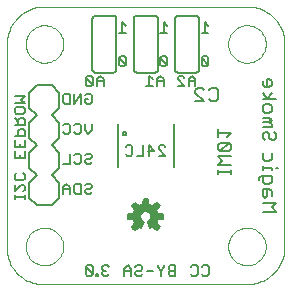
<source format=gbo>
G75*
G70*
%OFA0B0*%
%FSLAX24Y24*%
%IPPOS*%
%LPD*%
%AMOC8*
5,1,8,0,0,1.08239X$1,22.5*
%
%ADD10C,0.0000*%
%ADD11C,0.0080*%
%ADD12C,0.0060*%
%ADD13C,0.0059*%
D10*
X000536Y001785D02*
X000534Y001719D01*
X000536Y001653D01*
X000542Y001587D01*
X000551Y001521D01*
X000564Y001456D01*
X000581Y001391D01*
X000601Y001328D01*
X000625Y001266D01*
X000652Y001206D01*
X000683Y001147D01*
X000717Y001089D01*
X000754Y001034D01*
X000794Y000981D01*
X000837Y000931D01*
X000882Y000882D01*
X000931Y000837D01*
X000981Y000794D01*
X001034Y000754D01*
X001089Y000717D01*
X001147Y000683D01*
X001206Y000652D01*
X001266Y000625D01*
X001328Y000601D01*
X001391Y000581D01*
X001456Y000564D01*
X001521Y000551D01*
X001587Y000542D01*
X001653Y000536D01*
X001719Y000534D01*
X001785Y000536D01*
X001785Y000535D02*
X008535Y000535D01*
X008603Y000537D01*
X008670Y000542D01*
X008737Y000551D01*
X008804Y000564D01*
X008869Y000581D01*
X008934Y000600D01*
X008998Y000624D01*
X009060Y000651D01*
X009121Y000681D01*
X009179Y000714D01*
X009236Y000750D01*
X009291Y000790D01*
X009344Y000832D01*
X009395Y000878D01*
X009442Y000925D01*
X009488Y000976D01*
X009530Y001029D01*
X009570Y001084D01*
X009606Y001141D01*
X009639Y001199D01*
X009669Y001260D01*
X009696Y001322D01*
X009720Y001386D01*
X009739Y001451D01*
X009756Y001516D01*
X009769Y001583D01*
X009778Y001650D01*
X009783Y001717D01*
X009785Y001785D01*
X009785Y008535D01*
X009783Y008603D01*
X009778Y008670D01*
X009769Y008737D01*
X009756Y008804D01*
X009739Y008869D01*
X009720Y008934D01*
X009696Y008998D01*
X009669Y009060D01*
X009639Y009121D01*
X009606Y009179D01*
X009570Y009236D01*
X009530Y009291D01*
X009488Y009344D01*
X009442Y009395D01*
X009395Y009442D01*
X009344Y009488D01*
X009291Y009530D01*
X009236Y009570D01*
X009179Y009606D01*
X009121Y009639D01*
X009060Y009669D01*
X008998Y009696D01*
X008934Y009720D01*
X008869Y009739D01*
X008804Y009756D01*
X008737Y009769D01*
X008670Y009778D01*
X008603Y009783D01*
X008535Y009785D01*
X001785Y009785D01*
X001160Y008535D02*
X001162Y008585D01*
X001168Y008634D01*
X001178Y008683D01*
X001191Y008730D01*
X001209Y008777D01*
X001230Y008822D01*
X001254Y008865D01*
X001282Y008906D01*
X001313Y008945D01*
X001347Y008981D01*
X001384Y009015D01*
X001424Y009045D01*
X001465Y009072D01*
X001509Y009096D01*
X001554Y009116D01*
X001601Y009132D01*
X001649Y009145D01*
X001698Y009154D01*
X001748Y009159D01*
X001797Y009160D01*
X001847Y009157D01*
X001896Y009150D01*
X001945Y009139D01*
X001992Y009125D01*
X002038Y009106D01*
X002083Y009084D01*
X002126Y009059D01*
X002166Y009030D01*
X002204Y008998D01*
X002240Y008964D01*
X002273Y008926D01*
X002302Y008886D01*
X002328Y008844D01*
X002351Y008800D01*
X002370Y008754D01*
X002386Y008707D01*
X002398Y008658D01*
X002406Y008609D01*
X002410Y008560D01*
X002410Y008510D01*
X002406Y008461D01*
X002398Y008412D01*
X002386Y008363D01*
X002370Y008316D01*
X002351Y008270D01*
X002328Y008226D01*
X002302Y008184D01*
X002273Y008144D01*
X002240Y008106D01*
X002204Y008072D01*
X002166Y008040D01*
X002126Y008011D01*
X002083Y007986D01*
X002038Y007964D01*
X001992Y007945D01*
X001945Y007931D01*
X001896Y007920D01*
X001847Y007913D01*
X001797Y007910D01*
X001748Y007911D01*
X001698Y007916D01*
X001649Y007925D01*
X001601Y007938D01*
X001554Y007954D01*
X001509Y007974D01*
X001465Y007998D01*
X001424Y008025D01*
X001384Y008055D01*
X001347Y008089D01*
X001313Y008125D01*
X001282Y008164D01*
X001254Y008205D01*
X001230Y008248D01*
X001209Y008293D01*
X001191Y008340D01*
X001178Y008387D01*
X001168Y008436D01*
X001162Y008485D01*
X001160Y008535D01*
X000535Y008535D02*
X000535Y001785D01*
X001160Y001785D02*
X001162Y001835D01*
X001168Y001884D01*
X001178Y001933D01*
X001191Y001980D01*
X001209Y002027D01*
X001230Y002072D01*
X001254Y002115D01*
X001282Y002156D01*
X001313Y002195D01*
X001347Y002231D01*
X001384Y002265D01*
X001424Y002295D01*
X001465Y002322D01*
X001509Y002346D01*
X001554Y002366D01*
X001601Y002382D01*
X001649Y002395D01*
X001698Y002404D01*
X001748Y002409D01*
X001797Y002410D01*
X001847Y002407D01*
X001896Y002400D01*
X001945Y002389D01*
X001992Y002375D01*
X002038Y002356D01*
X002083Y002334D01*
X002126Y002309D01*
X002166Y002280D01*
X002204Y002248D01*
X002240Y002214D01*
X002273Y002176D01*
X002302Y002136D01*
X002328Y002094D01*
X002351Y002050D01*
X002370Y002004D01*
X002386Y001957D01*
X002398Y001908D01*
X002406Y001859D01*
X002410Y001810D01*
X002410Y001760D01*
X002406Y001711D01*
X002398Y001662D01*
X002386Y001613D01*
X002370Y001566D01*
X002351Y001520D01*
X002328Y001476D01*
X002302Y001434D01*
X002273Y001394D01*
X002240Y001356D01*
X002204Y001322D01*
X002166Y001290D01*
X002126Y001261D01*
X002083Y001236D01*
X002038Y001214D01*
X001992Y001195D01*
X001945Y001181D01*
X001896Y001170D01*
X001847Y001163D01*
X001797Y001160D01*
X001748Y001161D01*
X001698Y001166D01*
X001649Y001175D01*
X001601Y001188D01*
X001554Y001204D01*
X001509Y001224D01*
X001465Y001248D01*
X001424Y001275D01*
X001384Y001305D01*
X001347Y001339D01*
X001313Y001375D01*
X001282Y001414D01*
X001254Y001455D01*
X001230Y001498D01*
X001209Y001543D01*
X001191Y001590D01*
X001178Y001637D01*
X001168Y001686D01*
X001162Y001735D01*
X001160Y001785D01*
X000535Y008535D02*
X000537Y008603D01*
X000542Y008670D01*
X000551Y008737D01*
X000564Y008804D01*
X000581Y008869D01*
X000600Y008934D01*
X000624Y008998D01*
X000651Y009060D01*
X000681Y009121D01*
X000714Y009179D01*
X000750Y009236D01*
X000790Y009291D01*
X000832Y009344D01*
X000878Y009395D01*
X000925Y009442D01*
X000976Y009488D01*
X001029Y009530D01*
X001084Y009570D01*
X001141Y009606D01*
X001199Y009639D01*
X001260Y009669D01*
X001322Y009696D01*
X001386Y009720D01*
X001451Y009739D01*
X001516Y009756D01*
X001583Y009769D01*
X001650Y009778D01*
X001717Y009783D01*
X001785Y009785D01*
X007910Y008535D02*
X007912Y008585D01*
X007918Y008634D01*
X007928Y008683D01*
X007941Y008730D01*
X007959Y008777D01*
X007980Y008822D01*
X008004Y008865D01*
X008032Y008906D01*
X008063Y008945D01*
X008097Y008981D01*
X008134Y009015D01*
X008174Y009045D01*
X008215Y009072D01*
X008259Y009096D01*
X008304Y009116D01*
X008351Y009132D01*
X008399Y009145D01*
X008448Y009154D01*
X008498Y009159D01*
X008547Y009160D01*
X008597Y009157D01*
X008646Y009150D01*
X008695Y009139D01*
X008742Y009125D01*
X008788Y009106D01*
X008833Y009084D01*
X008876Y009059D01*
X008916Y009030D01*
X008954Y008998D01*
X008990Y008964D01*
X009023Y008926D01*
X009052Y008886D01*
X009078Y008844D01*
X009101Y008800D01*
X009120Y008754D01*
X009136Y008707D01*
X009148Y008658D01*
X009156Y008609D01*
X009160Y008560D01*
X009160Y008510D01*
X009156Y008461D01*
X009148Y008412D01*
X009136Y008363D01*
X009120Y008316D01*
X009101Y008270D01*
X009078Y008226D01*
X009052Y008184D01*
X009023Y008144D01*
X008990Y008106D01*
X008954Y008072D01*
X008916Y008040D01*
X008876Y008011D01*
X008833Y007986D01*
X008788Y007964D01*
X008742Y007945D01*
X008695Y007931D01*
X008646Y007920D01*
X008597Y007913D01*
X008547Y007910D01*
X008498Y007911D01*
X008448Y007916D01*
X008399Y007925D01*
X008351Y007938D01*
X008304Y007954D01*
X008259Y007974D01*
X008215Y007998D01*
X008174Y008025D01*
X008134Y008055D01*
X008097Y008089D01*
X008063Y008125D01*
X008032Y008164D01*
X008004Y008205D01*
X007980Y008248D01*
X007959Y008293D01*
X007941Y008340D01*
X007928Y008387D01*
X007918Y008436D01*
X007912Y008485D01*
X007910Y008535D01*
X007910Y001785D02*
X007912Y001835D01*
X007918Y001884D01*
X007928Y001933D01*
X007941Y001980D01*
X007959Y002027D01*
X007980Y002072D01*
X008004Y002115D01*
X008032Y002156D01*
X008063Y002195D01*
X008097Y002231D01*
X008134Y002265D01*
X008174Y002295D01*
X008215Y002322D01*
X008259Y002346D01*
X008304Y002366D01*
X008351Y002382D01*
X008399Y002395D01*
X008448Y002404D01*
X008498Y002409D01*
X008547Y002410D01*
X008597Y002407D01*
X008646Y002400D01*
X008695Y002389D01*
X008742Y002375D01*
X008788Y002356D01*
X008833Y002334D01*
X008876Y002309D01*
X008916Y002280D01*
X008954Y002248D01*
X008990Y002214D01*
X009023Y002176D01*
X009052Y002136D01*
X009078Y002094D01*
X009101Y002050D01*
X009120Y002004D01*
X009136Y001957D01*
X009148Y001908D01*
X009156Y001859D01*
X009160Y001810D01*
X009160Y001760D01*
X009156Y001711D01*
X009148Y001662D01*
X009136Y001613D01*
X009120Y001566D01*
X009101Y001520D01*
X009078Y001476D01*
X009052Y001434D01*
X009023Y001394D01*
X008990Y001356D01*
X008954Y001322D01*
X008916Y001290D01*
X008876Y001261D01*
X008833Y001236D01*
X008788Y001214D01*
X008742Y001195D01*
X008695Y001181D01*
X008646Y001170D01*
X008597Y001163D01*
X008547Y001160D01*
X008498Y001161D01*
X008448Y001166D01*
X008399Y001175D01*
X008351Y001188D01*
X008304Y001204D01*
X008259Y001224D01*
X008215Y001248D01*
X008174Y001275D01*
X008134Y001305D01*
X008097Y001339D01*
X008063Y001375D01*
X008032Y001414D01*
X008004Y001455D01*
X007980Y001498D01*
X007959Y001543D01*
X007941Y001590D01*
X007928Y001637D01*
X007918Y001686D01*
X007912Y001735D01*
X007910Y001785D01*
D11*
X009075Y002950D02*
X009495Y002950D01*
X009355Y003090D01*
X009495Y003230D01*
X009075Y003230D01*
X009145Y003410D02*
X009075Y003480D01*
X009075Y003691D01*
X009285Y003691D01*
X009355Y003621D01*
X009355Y003480D01*
X009215Y003480D02*
X009215Y003691D01*
X009145Y003871D02*
X009075Y003941D01*
X009075Y004151D01*
X009005Y004151D02*
X009355Y004151D01*
X009355Y003941D01*
X009285Y003871D01*
X009145Y003871D01*
X008935Y004011D02*
X008935Y004081D01*
X009005Y004151D01*
X009075Y004331D02*
X009075Y004471D01*
X009075Y004401D02*
X009355Y004401D01*
X009355Y004331D01*
X009495Y004401D02*
X009565Y004401D01*
X009285Y004638D02*
X009355Y004708D01*
X009355Y004918D01*
X009075Y004918D02*
X009075Y004708D01*
X009145Y004638D01*
X009285Y004638D01*
X009355Y005325D02*
X009285Y005395D01*
X009285Y005535D01*
X009215Y005605D01*
X009145Y005605D01*
X009075Y005535D01*
X009075Y005395D01*
X009145Y005325D01*
X009355Y005325D02*
X009425Y005325D01*
X009495Y005395D01*
X009495Y005535D01*
X009425Y005605D01*
X009355Y005785D02*
X009355Y005855D01*
X009285Y005926D01*
X009355Y005996D01*
X009285Y006066D01*
X009075Y006066D01*
X009075Y005926D02*
X009285Y005926D01*
X009355Y005785D02*
X009075Y005785D01*
X009145Y006246D02*
X009075Y006316D01*
X009075Y006456D01*
X009145Y006526D01*
X009285Y006526D01*
X009355Y006456D01*
X009355Y006316D01*
X009285Y006246D01*
X009145Y006246D01*
X009075Y006706D02*
X009495Y006706D01*
X009355Y006916D02*
X009215Y006706D01*
X009075Y006916D01*
X009145Y007090D02*
X009285Y007090D01*
X009355Y007160D01*
X009355Y007300D01*
X009285Y007370D01*
X009215Y007370D01*
X009215Y007090D01*
X009145Y007090D02*
X009075Y007160D01*
X009075Y007300D01*
X007558Y006988D02*
X007558Y006708D01*
X007487Y006638D01*
X007347Y006638D01*
X007277Y006708D01*
X007097Y006638D02*
X006817Y006918D01*
X006817Y006988D01*
X006887Y007058D01*
X007027Y007058D01*
X007097Y006988D01*
X007277Y006988D02*
X007347Y007058D01*
X007487Y007058D01*
X007558Y006988D01*
X007097Y006638D02*
X006817Y006638D01*
X007575Y005708D02*
X007575Y005428D01*
X007575Y005568D02*
X007995Y005568D01*
X007855Y005428D01*
X007925Y005248D02*
X007645Y005248D01*
X007575Y005178D01*
X007575Y005037D01*
X007645Y004967D01*
X007925Y005248D01*
X007995Y005178D01*
X007995Y005037D01*
X007925Y004967D01*
X007645Y004967D01*
X007575Y004787D02*
X007995Y004787D01*
X007995Y004507D02*
X007575Y004507D01*
X007715Y004647D01*
X007575Y004787D01*
X007575Y004340D02*
X007575Y004200D01*
X007575Y004270D02*
X007995Y004270D01*
X007995Y004200D02*
X007995Y004340D01*
X009145Y003410D02*
X009215Y003480D01*
X004393Y005550D02*
X004395Y005565D01*
X004401Y005578D01*
X004410Y005590D01*
X004421Y005599D01*
X004435Y005605D01*
X004450Y005607D01*
X004465Y005605D01*
X004478Y005599D01*
X004490Y005590D01*
X004499Y005579D01*
X004505Y005565D01*
X004507Y005550D01*
X004505Y005535D01*
X004499Y005522D01*
X004490Y005510D01*
X004479Y005501D01*
X004465Y005495D01*
X004450Y005493D01*
X004435Y005495D01*
X004422Y005501D01*
X004410Y005510D01*
X004401Y005521D01*
X004395Y005535D01*
X004393Y005550D01*
X002285Y005410D02*
X002285Y005910D01*
X002035Y006160D01*
X002285Y006410D01*
X002285Y006910D01*
X002035Y007160D01*
X001535Y007160D01*
X001285Y006910D01*
X001285Y006410D01*
X001535Y006160D01*
X001285Y005910D01*
X001285Y005410D01*
X001535Y005160D01*
X001285Y004910D01*
X001285Y004410D01*
X001535Y004160D01*
X001285Y003910D01*
X001285Y003410D01*
X001535Y003160D01*
X002035Y003160D01*
X002285Y003410D01*
X002285Y003910D01*
X002035Y004160D01*
X002285Y004410D01*
X002285Y004910D01*
X002035Y005160D01*
X002285Y005410D01*
D12*
X002453Y005540D02*
X002396Y005597D01*
X002453Y005540D02*
X002567Y005540D01*
X002623Y005597D01*
X002623Y005824D01*
X002567Y005880D01*
X002453Y005880D01*
X002396Y005824D01*
X002765Y005824D02*
X002821Y005880D01*
X002935Y005880D01*
X002992Y005824D01*
X002992Y005597D01*
X002935Y005540D01*
X002821Y005540D01*
X002765Y005597D01*
X003133Y005653D02*
X003133Y005880D01*
X003133Y005653D02*
X003247Y005540D01*
X003360Y005653D01*
X003360Y005880D01*
X003303Y006540D02*
X003190Y006540D01*
X003133Y006597D01*
X003133Y006710D01*
X003247Y006710D01*
X003360Y006597D02*
X003360Y006824D01*
X003303Y006880D01*
X003190Y006880D01*
X003133Y006824D01*
X002992Y006880D02*
X002765Y006540D01*
X002765Y006880D01*
X002623Y006880D02*
X002453Y006880D01*
X002396Y006824D01*
X002396Y006597D01*
X002453Y006540D01*
X002623Y006540D01*
X002623Y006880D01*
X002992Y006880D02*
X002992Y006540D01*
X003303Y006540D02*
X003360Y006597D01*
X003330Y007128D02*
X003217Y007128D01*
X003160Y007184D01*
X003160Y007411D01*
X003387Y007184D01*
X003330Y007128D01*
X003387Y007184D02*
X003387Y007411D01*
X003330Y007468D01*
X003217Y007468D01*
X003160Y007411D01*
X003385Y007685D02*
X003385Y009385D01*
X003387Y009402D01*
X003391Y009419D01*
X003398Y009435D01*
X003408Y009449D01*
X003421Y009462D01*
X003435Y009472D01*
X003451Y009479D01*
X003468Y009483D01*
X003485Y009485D01*
X004085Y009485D01*
X004102Y009483D01*
X004119Y009479D01*
X004135Y009472D01*
X004149Y009462D01*
X004162Y009449D01*
X004172Y009435D01*
X004179Y009419D01*
X004183Y009402D01*
X004185Y009385D01*
X004185Y007685D01*
X004183Y007668D01*
X004179Y007651D01*
X004172Y007635D01*
X004162Y007621D01*
X004149Y007608D01*
X004135Y007598D01*
X004119Y007591D01*
X004102Y007587D01*
X004085Y007585D01*
X003485Y007585D01*
X003468Y007587D01*
X003451Y007591D01*
X003435Y007598D01*
X003421Y007608D01*
X003408Y007621D01*
X003398Y007635D01*
X003391Y007651D01*
X003387Y007668D01*
X003385Y007685D01*
X003642Y007468D02*
X003528Y007354D01*
X003528Y007128D01*
X003528Y007298D02*
X003755Y007298D01*
X003755Y007354D02*
X003755Y007128D01*
X003755Y007354D02*
X003642Y007468D01*
X004271Y007847D02*
X004271Y008074D01*
X004498Y007847D01*
X004442Y007790D01*
X004328Y007790D01*
X004271Y007847D01*
X004271Y008074D02*
X004328Y008130D01*
X004442Y008130D01*
X004498Y008074D01*
X004498Y007847D01*
X004760Y007685D02*
X004760Y009385D01*
X004762Y009402D01*
X004766Y009419D01*
X004773Y009435D01*
X004783Y009449D01*
X004796Y009462D01*
X004810Y009472D01*
X004826Y009479D01*
X004843Y009483D01*
X004860Y009485D01*
X005460Y009485D01*
X005477Y009483D01*
X005494Y009479D01*
X005510Y009472D01*
X005524Y009462D01*
X005537Y009449D01*
X005547Y009435D01*
X005554Y009419D01*
X005558Y009402D01*
X005560Y009385D01*
X005560Y007685D01*
X005558Y007668D01*
X005554Y007651D01*
X005547Y007635D01*
X005537Y007621D01*
X005524Y007608D01*
X005510Y007598D01*
X005494Y007591D01*
X005477Y007587D01*
X005460Y007585D01*
X004860Y007585D01*
X004843Y007587D01*
X004826Y007591D01*
X004810Y007598D01*
X004796Y007608D01*
X004783Y007621D01*
X004773Y007635D01*
X004766Y007651D01*
X004762Y007668D01*
X004760Y007685D01*
X005273Y007468D02*
X005273Y007128D01*
X005160Y007128D02*
X005387Y007128D01*
X005528Y007128D02*
X005528Y007354D01*
X005642Y007468D01*
X005755Y007354D01*
X005755Y007128D01*
X005755Y007298D02*
X005528Y007298D01*
X005387Y007354D02*
X005273Y007468D01*
X005646Y007847D02*
X005703Y007790D01*
X005817Y007790D01*
X005873Y007847D01*
X005646Y008074D01*
X005646Y007847D01*
X005646Y008074D02*
X005703Y008130D01*
X005817Y008130D01*
X005873Y008074D01*
X005873Y007847D01*
X006135Y007685D02*
X006135Y009385D01*
X006137Y009402D01*
X006141Y009419D01*
X006148Y009435D01*
X006158Y009449D01*
X006171Y009462D01*
X006185Y009472D01*
X006201Y009479D01*
X006218Y009483D01*
X006235Y009485D01*
X006835Y009485D01*
X006852Y009483D01*
X006869Y009479D01*
X006885Y009472D01*
X006899Y009462D01*
X006912Y009449D01*
X006922Y009435D01*
X006929Y009419D01*
X006933Y009402D01*
X006935Y009385D01*
X006935Y007685D01*
X006933Y007668D01*
X006929Y007651D01*
X006922Y007635D01*
X006912Y007621D01*
X006899Y007608D01*
X006885Y007598D01*
X006869Y007591D01*
X006852Y007587D01*
X006835Y007585D01*
X006235Y007585D01*
X006218Y007587D01*
X006201Y007591D01*
X006185Y007598D01*
X006171Y007608D01*
X006158Y007621D01*
X006148Y007635D01*
X006141Y007651D01*
X006137Y007668D01*
X006135Y007685D01*
X006279Y007468D02*
X006392Y007468D01*
X006449Y007411D01*
X006591Y007354D02*
X006591Y007128D01*
X006449Y007128D02*
X006222Y007354D01*
X006222Y007411D01*
X006279Y007468D01*
X006591Y007354D02*
X006704Y007468D01*
X006818Y007354D01*
X006818Y007128D01*
X006818Y007298D02*
X006591Y007298D01*
X006449Y007128D02*
X006222Y007128D01*
X007021Y007847D02*
X007078Y007790D01*
X007192Y007790D01*
X007248Y007847D01*
X007021Y008074D01*
X007021Y007847D01*
X007021Y008074D02*
X007078Y008130D01*
X007192Y008130D01*
X007248Y008074D01*
X007248Y007847D01*
X007248Y008915D02*
X007021Y008915D01*
X007135Y008915D02*
X007135Y009255D01*
X007248Y009142D01*
X005873Y009142D02*
X005760Y009255D01*
X005760Y008915D01*
X005873Y008915D02*
X005646Y008915D01*
X004498Y008915D02*
X004271Y008915D01*
X004385Y008915D02*
X004385Y009255D01*
X004498Y009142D01*
X004230Y005870D02*
X004230Y004450D01*
X004542Y004815D02*
X004486Y004872D01*
X004542Y004815D02*
X004656Y004815D01*
X004713Y004872D01*
X004713Y005099D01*
X004656Y005155D01*
X004542Y005155D01*
X004486Y005099D01*
X004854Y004815D02*
X005081Y004815D01*
X005081Y005155D01*
X005222Y004985D02*
X005449Y004985D01*
X005279Y005155D01*
X005279Y004815D01*
X005591Y004815D02*
X005818Y004815D01*
X005591Y005042D01*
X005591Y005099D01*
X005647Y005155D01*
X005761Y005155D01*
X005818Y005099D01*
X006090Y004450D02*
X006090Y005870D01*
X003360Y004824D02*
X003360Y004767D01*
X003303Y004710D01*
X003190Y004710D01*
X003133Y004653D01*
X003133Y004597D01*
X003190Y004540D01*
X003303Y004540D01*
X003360Y004597D01*
X003360Y004824D02*
X003303Y004880D01*
X003190Y004880D01*
X003133Y004824D01*
X002992Y004824D02*
X002992Y004597D01*
X002935Y004540D01*
X002821Y004540D01*
X002765Y004597D01*
X002623Y004540D02*
X002396Y004540D01*
X002623Y004540D02*
X002623Y004880D01*
X002765Y004824D02*
X002821Y004880D01*
X002935Y004880D01*
X002992Y004824D01*
X002992Y003880D02*
X002821Y003880D01*
X002765Y003824D01*
X002765Y003597D01*
X002821Y003540D01*
X002992Y003540D01*
X002992Y003880D01*
X003133Y003824D02*
X003190Y003880D01*
X003303Y003880D01*
X003360Y003824D01*
X003360Y003767D01*
X003303Y003710D01*
X003190Y003710D01*
X003133Y003653D01*
X003133Y003597D01*
X003190Y003540D01*
X003303Y003540D01*
X003360Y003597D01*
X002623Y003540D02*
X002623Y003767D01*
X002510Y003880D01*
X002396Y003767D01*
X002396Y003540D01*
X002396Y003710D02*
X002623Y003710D01*
X001130Y003682D02*
X001074Y003625D01*
X001130Y003682D02*
X001130Y003795D01*
X001074Y003852D01*
X001017Y003852D01*
X000790Y003625D01*
X000790Y003852D01*
X000847Y003993D02*
X000790Y004050D01*
X000790Y004164D01*
X000847Y004220D01*
X000847Y003993D02*
X001074Y003993D01*
X001130Y004050D01*
X001130Y004164D01*
X001074Y004220D01*
X001130Y004730D02*
X000790Y004730D01*
X000790Y004957D01*
X000790Y005098D02*
X000790Y005325D01*
X000790Y005467D02*
X001130Y005467D01*
X001130Y005637D01*
X001074Y005694D01*
X000960Y005694D01*
X000903Y005637D01*
X000903Y005467D01*
X000960Y005212D02*
X000960Y005098D01*
X001130Y005098D02*
X000790Y005098D01*
X000960Y004844D02*
X000960Y004730D01*
X001130Y004730D02*
X001130Y004957D01*
X001130Y005098D02*
X001130Y005325D01*
X001130Y005835D02*
X000790Y005835D01*
X000903Y005835D02*
X000903Y006005D01*
X000960Y006062D01*
X001074Y006062D01*
X001130Y006005D01*
X001130Y005835D01*
X000903Y005948D02*
X000790Y006062D01*
X000847Y006203D02*
X000790Y006260D01*
X000790Y006374D01*
X000847Y006430D01*
X001074Y006430D01*
X001130Y006374D01*
X001130Y006260D01*
X001074Y006203D01*
X000847Y006203D01*
X000790Y006572D02*
X001130Y006572D01*
X001017Y006685D01*
X001130Y006799D01*
X000790Y006799D01*
X000790Y003493D02*
X000790Y003380D01*
X000790Y003436D02*
X001130Y003436D01*
X001130Y003380D02*
X001130Y003493D01*
X003218Y001155D02*
X003161Y001099D01*
X003388Y000872D01*
X003331Y000815D01*
X003218Y000815D01*
X003161Y000872D01*
X003161Y001099D01*
X003218Y001155D02*
X003331Y001155D01*
X003388Y001099D01*
X003388Y000872D01*
X003515Y000872D02*
X003515Y000815D01*
X003572Y000815D01*
X003572Y000872D01*
X003515Y000872D01*
X003713Y000872D02*
X003770Y000815D01*
X003883Y000815D01*
X003940Y000872D01*
X003827Y000985D02*
X003770Y000985D01*
X003713Y000928D01*
X003713Y000872D01*
X003770Y000985D02*
X003713Y001042D01*
X003713Y001099D01*
X003770Y001155D01*
X003883Y001155D01*
X003940Y001099D01*
X004450Y001042D02*
X004450Y000815D01*
X004450Y000985D02*
X004677Y000985D01*
X004677Y001042D02*
X004563Y001155D01*
X004450Y001042D01*
X004677Y001042D02*
X004677Y000815D01*
X004818Y000872D02*
X004875Y000815D01*
X004988Y000815D01*
X005045Y000872D01*
X004988Y000985D02*
X004875Y000985D01*
X004818Y000928D01*
X004818Y000872D01*
X004988Y000985D02*
X005045Y001042D01*
X005045Y001099D01*
X004988Y001155D01*
X004875Y001155D01*
X004818Y001099D01*
X005187Y000985D02*
X005413Y000985D01*
X005555Y001099D02*
X005555Y001155D01*
X005555Y001099D02*
X005668Y000985D01*
X005668Y000815D01*
X005668Y000985D02*
X005782Y001099D01*
X005782Y001155D01*
X005923Y001099D02*
X005923Y001042D01*
X005980Y000985D01*
X006150Y000985D01*
X006150Y000815D02*
X005980Y000815D01*
X005923Y000872D01*
X005923Y000928D01*
X005980Y000985D01*
X005923Y001099D02*
X005980Y001155D01*
X006150Y001155D01*
X006150Y000815D01*
X006660Y000872D02*
X006717Y000815D01*
X006830Y000815D01*
X006887Y000872D01*
X006887Y001099D01*
X006830Y001155D01*
X006717Y001155D01*
X006660Y001099D01*
X007028Y001099D02*
X007085Y001155D01*
X007198Y001155D01*
X007255Y001099D01*
X007255Y000872D01*
X007198Y000815D01*
X007085Y000815D01*
X007028Y000872D01*
D13*
X005524Y002320D02*
X005625Y002421D01*
X005504Y002570D01*
X005535Y002630D01*
X005556Y002694D01*
X005746Y002713D01*
X005746Y002857D01*
X005556Y002876D01*
X005535Y002940D01*
X005504Y003000D01*
X005625Y003149D01*
X005524Y003250D01*
X005375Y003129D01*
X005315Y003160D01*
X005251Y003181D01*
X005232Y003371D01*
X005088Y003371D01*
X005069Y003181D01*
X005005Y003160D01*
X004945Y003129D01*
X004796Y003250D01*
X004695Y003149D01*
X004816Y003000D01*
X004785Y002940D01*
X004764Y002876D01*
X004574Y002857D01*
X004574Y002713D01*
X004764Y002694D01*
X004785Y002630D01*
X004816Y002570D01*
X004695Y002421D01*
X004796Y002320D01*
X004945Y002441D01*
X005005Y002410D01*
X005089Y002614D01*
X005051Y002636D01*
X005019Y002666D01*
X004995Y002703D01*
X004980Y002745D01*
X004976Y002789D01*
X004982Y002833D01*
X004998Y002874D01*
X005024Y002910D01*
X005058Y002938D01*
X005097Y002958D01*
X005140Y002968D01*
X005184Y002968D01*
X005227Y002957D01*
X005266Y002936D01*
X005299Y002907D01*
X005324Y002870D01*
X005339Y002829D01*
X005345Y002785D01*
X005339Y002742D01*
X005324Y002701D01*
X005300Y002665D01*
X005268Y002636D01*
X005231Y002614D01*
X005315Y002410D01*
X005375Y002441D01*
X005524Y002320D01*
X005581Y002377D02*
X005454Y002377D01*
X005383Y002434D02*
X005615Y002434D01*
X005568Y002492D02*
X005281Y002492D01*
X005258Y002549D02*
X005521Y002549D01*
X005523Y002607D02*
X005234Y002607D01*
X005300Y002665D02*
X005546Y002665D01*
X005746Y002722D02*
X005332Y002722D01*
X005344Y002780D02*
X005746Y002780D01*
X005746Y002837D02*
X005336Y002837D01*
X005307Y002895D02*
X005550Y002895D01*
X005529Y002952D02*
X005236Y002952D01*
X005085Y002952D02*
X004791Y002952D01*
X004808Y003010D02*
X005512Y003010D01*
X005559Y003067D02*
X004761Y003067D01*
X004714Y003125D02*
X005606Y003125D01*
X005591Y003183D02*
X005440Y003183D01*
X005511Y003240D02*
X005534Y003240D01*
X005251Y003183D02*
X005069Y003183D01*
X005075Y003240D02*
X005245Y003240D01*
X005239Y003298D02*
X005081Y003298D01*
X005086Y003355D02*
X005234Y003355D01*
X004880Y003183D02*
X004729Y003183D01*
X004786Y003240D02*
X004809Y003240D01*
X004770Y002895D02*
X005013Y002895D01*
X004984Y002837D02*
X004574Y002837D01*
X004574Y002780D02*
X004976Y002780D01*
X004988Y002722D02*
X004574Y002722D01*
X004774Y002665D02*
X005021Y002665D01*
X005086Y002607D02*
X004797Y002607D01*
X004799Y002549D02*
X005062Y002549D01*
X005039Y002492D02*
X004752Y002492D01*
X004705Y002434D02*
X004937Y002434D01*
X004957Y002434D02*
X005015Y002434D01*
X004866Y002377D02*
X004739Y002377D01*
X005305Y002434D02*
X005363Y002434D01*
M02*

</source>
